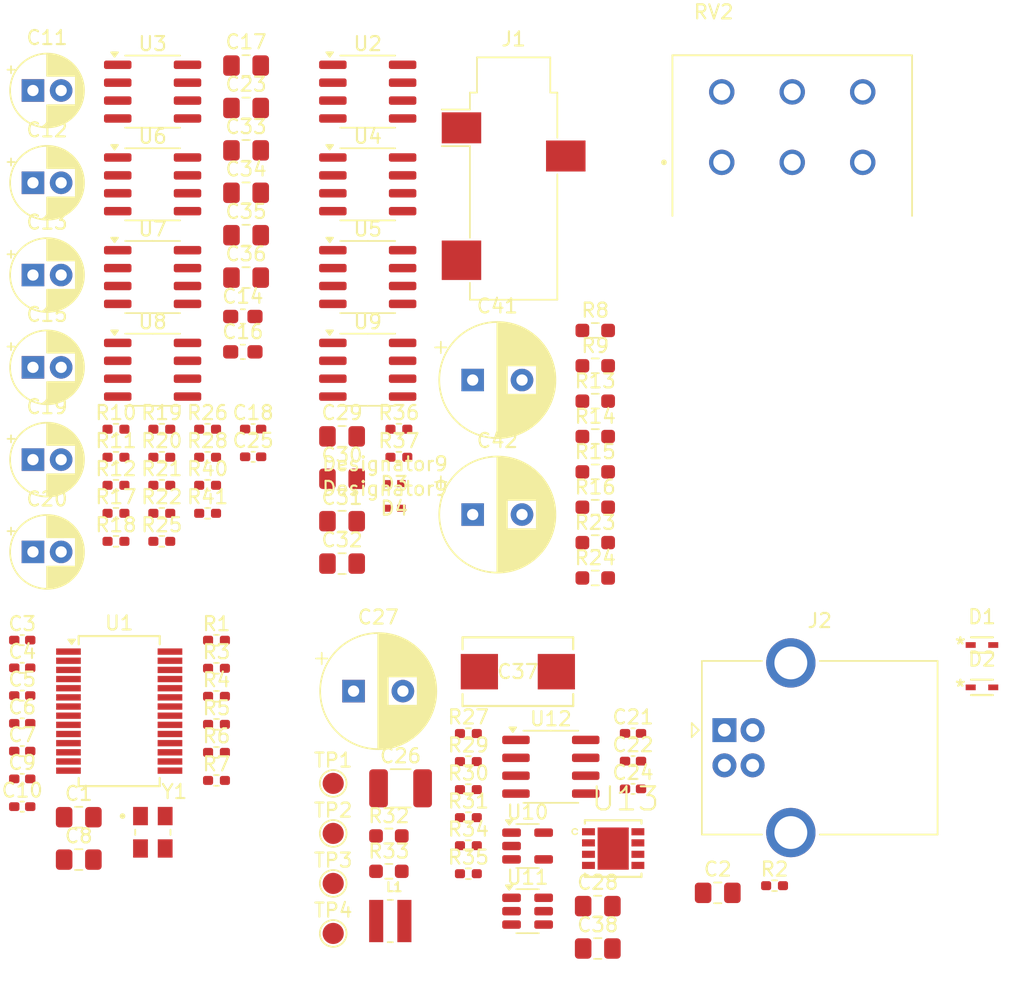
<source format=kicad_pcb>
(kicad_pcb (version 20240108) (generator "pcbnew") (generator_version "8.0")
  (layers (0 "F.Cu" signal) (31 "B.Cu" signal) (34 "B.Paste" user) (35 "F.Paste" user) (36 "B.SilkS" user "B.Silkscreen") (37 "F.SilkS" user "F.Silkscreen") (38 "B.Mask" user) (39 "F.Mask" user) (44 "Edge.Cuts" user))
  (net 0 "")
  (net 1 "3V7")
  (net 2 "GND")
  (net 3 "CGND")
  (net 4 "/Codec/VCCXI")
  (net 5 "/Codec/VCCP2I")
  (net 6 "/Codec/VCCP1I")
  (net 7 "VBUS")
  (net 8 "VDDI")
  (net 9 "/Codec/VCOM")
  (net 10 "/Codec/XTO")
  (net 11 "/Codec/XTI")
  (net 12 "/Preamp/PREAMP_INR")
  (net 13 "/Preamp/VOUTR")
  (net 14 "/Preamp/Dual-Gang Potentiometer/POT_WIPER_R")
  (net 15 "/Preamp/VC_INR")
  (net 16 "/Preamp/VC_INL")
  (net 17 "/Preamp/Dual-Gang Potentiometer/POT_WIPER_L")
  (net 18 "Net-(U8B-+)")
  (net 19 "7V5")
  (net 20 "/Preamp/PREAMP_INL")
  (net 21 "/Preamp/VOUTL")
  (net 22 "Net-(U6B-+)")
  (net 23 "Net-(C17-Pad1)")
  (net 24 "/Preamp/FILT_L")
  (net 25 "/Preamp/PREAMP_OUT_L")
  (net 26 "Net-(U7B--)")
  (net 27 "/Preamp/FILT_R")
  (net 28 "/Preamp/Dual-Gang Potentiometer/FILT_OUT_R")
  (net 29 "/Preamp/Dual-Gang Potentiometer/FILT_OUT_L")
  (net 30 "Net-(C23-Pad1)")
  (net 31 "/Preamp/PREAMP_OUT_R")
  (net 32 "Net-(U3B--)")
  (net 33 "17V")
  (net 34 "Net-(U12A-+)")
  (net 35 "15V")
  (net 36 "/Output stage/BUFS_OUT_L")
  (net 37 "/Output stage/STEREO_OUT_L")
  (net 38 "/Output stage/BUFS_OUT_R")
  (net 39 "/Output stage/STEREO_OUT_R")
  (net 40 "/USB/CONN_D-")
  (net 41 "/USB/CONN_D+")
  (net 42 "VUSB_CONN")
  (net 43 "Net-(U11-SW)")
  (net 44 "/Codec/CONN_D+")
  (net 45 "/Codec/USB_D+")
  (net 46 "/Codec/USB_D-")
  (net 47 "/Codec/CONN_D-")
  (net 48 "/Codec/VINL")
  (net 49 "/Codec/VINR")
  (net 50 "/Output stage/BUF1_OUT_R")
  (net 51 "/Output stage/BUF2_OUT_R")
  (net 52 "/Preamp/VC_BUF_R")
  (net 53 "/Preamp/FILT_IN_R")
  (net 54 "/Output stage/BUF3_OUT_R")
  (net 55 "/Output stage/BUF4_OUT_R")
  (net 56 "/Output stage/BUF1_OUT_L")
  (net 57 "/Output stage/BUF2_OUT_L")
  (net 58 "Net-(U6A--)")
  (net 59 "/Preamp/FILT_IN_L")
  (net 60 "/Preamp/VC_BUF_L")
  (net 61 "Net-(U8A--)")
  (net 62 "/Output stage/BUF3_OUT_L")
  (net 63 "/Output stage/BUF4_OUT_L")
  (net 64 "Net-(U11-FB)")
  (net 65 "Net-(U12A--)")
  (net 66 "Net-(U12B--)")
  (net 67 "/Power/ADJ")
  (net 68 "/Codec/~{SSPND}")
  (net 70 "/Codec/HID0")
  (net 71 "/Codec/VOUTR")
  (net 72 "/Codec/HID1")
  (net 74 "/Codec/HID2")
  (net 75 "/Codec/VOUTL")
  (net 76 "/Output stage/PREAMP_OUT_R")
  (net 77 "/Output stage/PREAMP_OUT_L")
  (footprint "Capacitor_SMD:C_0402_1005Metric_Pad0.74x0.62mm_HandSolder" (layer "F.Cu") (at 31.4834 73.9474)
    (property "Reference" "C7" (at 0 -1.16 0) (layer "F.SilkS"))
    (property "Value" "1u")
    (pad "1" smd roundrect (at -0.5675 0) (size 0.735 0.62) (layers "F.Cu" "F.Paste" "F.Mask") (net 8 "VDDI"))
    (pad "2" smd roundrect (at 0.5675 0) (size 0.735 0.62) (layers "F.Cu" "F.Paste" "F.Mask") (net 2 "GND"))
  )
  (footprint "Capacitor_SMD:C_0805_2012Metric_Pad1.18x1.45mm_HandSolder" (layer "F.Cu") (at 47.3634 31.3074)
    (property "Reference" "C33" (at 0 -1.68 0) (layer "F.SilkS"))
    (property "Value" "100n")
    (pad "1" smd roundrect (at -1.0375 0) (size 1.175 1.45) (layers "F.Cu" "F.Paste" "F.Mask") (roundrect_rratio 0.212766) (net 35 "15V"))
    (pad "2" smd roundrect (at 1.0375 0) (size 1.175 1.45) (layers "F.Cu" "F.Paste" "F.Mask") (roundrect_rratio 0.212766) (net 2 "GND"))
  )
  (footprint "Package_SO:SOIC-8_3.9x4.9mm_P1.27mm" (layer "F.Cu") (at 40.7334 40.2974)
    (property "Reference" "U7" (at 0 -3.4 0) (layer "F.SilkS"))
    (property "Value" "NE5532")
    (pad "1" smd roundrect (at -2.475 -1.905) (size 1.95 0.6) (layers "F.Cu" "F.Paste" "F.Mask") (net 60 "/Preamp/VC_BUF_L"))
    (pad "2" smd roundrect (at -2.475 -0.635) (size 1.95 0.6) (layers "F.Cu" "F.Paste" "F.Mask") (net 60 "/Preamp/VC_BUF_L"))
    (pad "3" smd roundrect (at -2.475 0.635) (size 1.95 0.6) (layers "F.Cu" "F.Paste" "F.Mask") (net 16 "/Preamp/VC_INL"))
    (pad "4" smd roundrect (at -2.475 1.905) (size 1.95 0.6) (layers "F.Cu" "F.Paste" "F.Mask") (net 2 "GND"))
    (pad "5" smd roundrect (at 2.475 1.905) (size 1.95 0.6) (layers "F.Cu" "F.Paste" "F.Mask") (net 19 "7V5"))
    (pad "6" smd roundrect (at 2.475 0.635) (size 1.95 0.6) (layers "F.Cu" "F.Paste" "F.Mask") (net 26 "Net-(U7B--)"))
    (pad "7" smd roundrect (at 2.475 -0.635) (size 1.95 0.6) (layers "F.Cu" "F.Paste" "F.Mask") (net 25 "/Preamp/PREAMP_OUT_L"))
    (pad "8" smd roundrect (at 2.475 -1.905) (size 1.95 0.6) (layers "F.Cu" "F.Paste" "F.Mask") (net 35 "15V"))
  )
  (footprint "TestPoint:TestPoint_Pad_D1.5mm" (layer "F.Cu") (at 53.5434 79.7874)
    (property "Reference" "TP2" (at 0 -1.648 0) (layer "F.SilkS"))
    (property "Value" "TestPoint")
    (pad "1" smd circle (at 0 0) (size 1.5 1.5) (layers "F.Cu" "F.Mask") (net 33 "17V"))
  )
  (footprint "Package_TO_SOT_SMD:SOT-23-5" (layer "F.Cu") (at 67.3334 80.6824)
    (property "Reference" "U10" (at 0 -2.4 0) (layer "F.SilkS"))
    (property "Value" "TLV70237_SOT23-5")
    (pad "1" smd roundrect (at -1.1375 -0.95) (size 1.325 0.6) (layers "F.Cu" "F.Paste" "F.Mask") (net 7 "VBUS"))
    (pad "2" smd roundrect (at -1.1375 0) (size 1.325 0.6) (layers "F.Cu" "F.Paste" "F.Mask") (net 2 "GND"))
    (pad "3" smd roundrect (at -1.1375 0.95) (size 1.325 0.6) (layers "F.Cu" "F.Paste" "F.Mask") (net 7 "VBUS"))
    (pad "4" smd roundrect (at 1.1375 0.95) (size 1.325 0.6) (layers "F.Cu" "F.Paste" "F.Mask"))
    (pad "5" smd roundrect (at 1.1375 -0.95) (size 1.325 0.6) (layers "F.Cu" "F.Paste" "F.Mask") (net 1 "3V7"))
  )
  (footprint "Resistor_SMD:R_0402_1005Metric_Pad0.72x0.64mm_HandSolder" (layer "F.Cu") (at 38.1334 53.0874)
    (property "Reference" "R11" (at 0 -1.17 0) (layer "F.SilkS"))
    (property "Value" "750")
    (pad "1" smd roundrect (at -0.5975 0) (size 0.715 0.64) (layers "F.Cu" "F.Paste" "F.Mask") (net 53 "/Preamp/FILT_IN_R"))
    (pad "2" smd roundrect (at 0.5975 0) (size 0.715 0.64) (layers "F.Cu" "F.Paste" "F.Mask") (net 30 "Net-(C23-Pad1)"))
  )
  (footprint "Resistor_SMD:R_0402_1005Metric_Pad0.72x0.64mm_HandSolder" (layer "F.Cu") (at 63.1334 78.6674)
    (property "Reference" "R31" (at 0 -1.17 0) (layer "F.SilkS"))
    (property "Value" "20k")
    (pad "1" smd roundrect (at -0.5975 0) (size 0.715 0.64) (layers "F.Cu" "F.Paste" "F.Mask") (net 2 "GND"))
    (pad "2" smd roundrect (at 0.5975 0) (size 0.715 0.64) (layers "F.Cu" "F.Paste" "F.Mask") (net 34 "Net-(U12A-+)"))
  )
  (footprint "Resistor_SMD:R_0603_1608Metric_Pad0.98x0.95mm_HandSolder" (layer "F.Cu") (at 72.1334 59.1474)
    (property "Reference" "R23" (at 0 -1.43 0) (layer "F.SilkS"))
    (property "Value" "1R")
    (pad "1" smd roundrect (at -0.9125 0) (size 0.975 0.95) (layers "F.Cu" "F.Paste" "F.Mask") (net 62 "/Output stage/BUF3_OUT_L"))
    (pad "2" smd roundrect (at 0.9125 0) (size 0.975 0.95) (layers "F.Cu" "F.Paste" "F.Mask") (net 36 "/Output stage/BUFS_OUT_L"))
  )
  (footprint "Resistor_SMD:R_0402_1005Metric_Pad0.72x0.64mm_HandSolder" (layer "F.Cu") (at 38.1334 55.0774)
    (property "Reference" "R12" (at 0 -1.17 0) (layer "F.SilkS"))
    (property "Value" "750")
    (pad "1" smd roundrect (at -0.5975 0) (size 0.715 0.64) (layers "F.Cu" "F.Paste" "F.Mask") (net 30 "Net-(C23-Pad1)"))
    (pad "2" smd roundrect (at 0.5975 0) (size 0.715 0.64) (layers "F.Cu" "F.Paste" "F.Mask") (net 18 "Net-(U8B-+)"))
  )
  (footprint "Resistor_SMD:R_0402_1005Metric_Pad0.72x0.64mm_HandSolder" (layer "F.Cu") (at 63.1334 74.6874)
    (property "Reference" "R29" (at 0 -1.17 0) (layer "F.SilkS"))
    (property "Value" "71k5")
    (pad "1" smd roundrect (at -0.5975 0) (size 0.715 0.64) (layers "F.Cu" "F.Paste" "F.Mask") (net 64 "Net-(U11-FB)"))
    (pad "2" smd roundrect (at 0.5975 0) (size 0.715 0.64) (layers "F.Cu" "F.Paste" "F.Mask") (net 2 "GND"))
  )
  (footprint "Capacitor_SMD:C_0402_1005Metric_Pad0.74x0.62mm_HandSolder" (layer "F.Cu") (at 47.8634 53.0574)
    (property "Reference" "C25" (at 0 -1.16 0) (layer "F.SilkS"))
    (property "Value" "30p")
    (pad "1" smd roundrect (at -0.5675 0) (size 0.735 0.62) (layers "F.Cu" "F.Paste" "F.Mask") (net 32 "Net-(U3B--)"))
    (pad "2" smd roundrect (at 0.5675 0) (size 0.735 0.62) (layers "F.Cu" "F.Paste" "F.Mask") (net 31 "/Preamp/PREAMP_OUT_R"))
  )
  (footprint "Resistor_SMD:R_0402_1005Metric_Pad0.72x0.64mm_HandSolder" (layer "F.Cu") (at 45.2634 74.0374)
    (property "Reference" "R6" (at 0 -1.17 0) (layer "F.SilkS"))
    (property "Value" "1k5")
    (pad "1" smd roundrect (at -0.5975 0) (size 0.715 0.64) (layers "F.Cu" "F.Paste" "F.Mask") (net 49 "/Codec/VINR"))
    (pad "2" smd roundrect (at 0.5975 0) (size 0.715 0.64) (layers "F.Cu" "F.Paste" "F.Mask") (net 2 "GND"))
  )
  (footprint "Capacitor_THT:CP_Radial_D5.0mm_P2.00mm" (layer "F.Cu") (at 32.243175 46.7074)
    (property "Reference" "C15" (at 1 -3.75 0) (layer "F.SilkS"))
    (property "Value" "10u")
    (pad "1" thru_hole rect (at 0 0) (size 1.6 1.6) (drill 0.8) (layers "*.Cu" "*.Mask") (net 20 "/Preamp/PREAMP_INL"))
    (pad "2" thru_hole circle (at 2 0) (size 1.6 1.6) (drill 0.8) (layers "*.Cu" "*.Mask") (net 21 "/Preamp/VOUTL"))
  )
  (footprint "Resistor_SMD:R_0402_1005Metric_Pad0.72x0.64mm_HandSolder" (layer "F.Cu") (at 84.8534 83.4974)
    (property "Reference" "R2" (at 0 -1.17 0) (layer "F.SilkS"))
    (property "Value" "DNP")
    (pad "1" smd roundrect (at -0.5975 0) (size 0.715 0.64) (layers "F.Cu" "F.Paste" "F.Mask") (net 3 "CGND"))
    (pad "2" smd roundrect (at 0.5975 0) (size 0.715 0.64) (layers "F.Cu" "F.Paste" "F.Mask") (net 2 "GND"))
  )
  (footprint "Capacitor_SMD:C_0805_2012Metric_Pad1.18x1.45mm_HandSolder" (layer "F.Cu") (at 47.3634 40.3374)
    (property "Reference" "C36" (at 0 -1.68 0) (layer "F.SilkS"))
    (property "Value" "100n")
    (pad "1" smd roundrect (at -1.0375 0) (size 1.175 1.45) (layers "F.Cu" "F.Paste" "F.Mask") (roundrect_rratio 0.212766) (net 35 "15V"))
    (pad "2" smd roundrect (at 1.0375 0) (size 1.175 1.45) (layers "F.Cu" "F.Paste" "F.Mask") (roundrect_rratio 0.212766) (net 2 "GND"))
  )
  (footprint "Capacitor_SMD:C_0805_2012Metric_Pad1.18x1.45mm_HandSolder" (layer "F.Cu") (at 54.1734 60.6374)
    (property "Reference" "C32" (at 0 -1.68 0) (layer "F.SilkS"))
    (property "Value" "100n")
    (pad "1" smd roundrect (at -1.0375 0) (size 1.175 1.45) (layers "F.Cu" "F.Paste" "F.Mask") (roundrect_rratio 0.212766) (net 35 "15V"))
    (pad "2" smd roundrect (at 1.0375 0) (size 1.175 1.45) (layers "F.Cu" "F.Paste" "F.Mask") (roundrect_rratio 0.212766) (net 2 "GND"))
  )
  (footprint "Package_SO:SSOP-28_5.3x10.2mm_P0.65mm" (layer "F.Cu") (at 38.3634 71.1074)
    (property "Reference" "U1" (at 0 -6.25 0) (layer "F.SilkS"))
    (property "Value" "PCM2906C")
    (pad "1" smd rect (at -3.6 -4.225) (size 1.75 0.45) (layers "F.Cu" "F.Paste" "F.Mask") (net 45 "/Codec/USB_D+"))
    (pad "2" smd rect (at -3.6 -3.575) (size 1.75 0.45) (layers "F.Cu" "F.Paste" "F.Mask") (net 46 "/Codec/USB_D-"))
    (pad "3" smd rect (at -3.6 -2.925) (size 1.75 0.45) (layers "F.Cu" "F.Paste" "F.Mask") (net 7 "VBUS"))
    (pad "4" smd rect (at -3.6 -2.275) (size 1.75 0.45) (layers "F.Cu" "F.Paste" "F.Mask") (net 2 "GND"))
    (pad "5" smd rect (at -3.6 -1.625) (size 1.75 0.45) (layers "F.Cu" "F.Paste" "F.Mask") (net 70 "/Codec/HID0"))
    (pad "6" smd rect (at -3.6 -0.975) (size 1.75 0.45) (layers "F.Cu" "F.Paste" "F.Mask") (net 72 "/Codec/HID1"))
    (pad "7" smd rect (at -3.6 -0.325) (size 1.75 0.45) (layers "F.Cu" "F.Paste" "F.Mask") (net 74 "/Codec/HID2"))
    (pad "8" smd rect (at -3.6 0.325) (size 1.75 0.45) (layers "F.Cu" "F.Paste" "F.Mask") (net 8 "VDDI"))
    (pad "9" smd rect (at -3.6 0.975) (size 1.75 0.45) (layers "F.Cu" "F.Paste" "F.Mask") (net 8 "VDDI"))
    (pad "10" smd rect (at -3.6 1.625) (size 1.75 0.45) (layers "F.Cu" "F.Paste" "F.Mask") (net 1 "3V7"))
    (pad "11" smd rect (at -3.6 2.275) (size 1.75 0.45) (layers "F.Cu" "F.Paste" "F.Mask") (net 2 "GND"))
    (pad "12" smd rect (at -3.6 2.925) (size 1.75 0.45) (layers "F.Cu" "F.Paste" "F.Mask") (net 48 "/Codec/VINL"))
    (pad "13" smd rect (at -3.6 3.575) (size 1.75 0.45) (layers "F.Cu" "F.Paste" "F.Mask") (net 49 "/Codec/VINR"))
    (pad "14" smd rect (at -3.6 4.225) (size 1.75 0.45) (layers "F.Cu" "F.Paste" "F.Mask") (net 9 "/Codec/VCOM"))
    (pad "15" smd rect (at 3.6 4.225) (size 1.75 0.45) (layers "F.Cu" "F.Paste" "F.Mask") (net 71 "/Codec/VOUTR"))
    (pad "16" smd rect (at 3.6 3.575) (size 1.75 0.45) (layers "F.Cu" "F.Paste" "F.Mask") (net 75 "/Codec/VOUTL"))
    (pad "17" smd rect (at 3.6 2.925) (size 1.75 0.45) (layers "F.Cu" "F.Paste" "F.Mask") (net 6 "/Codec/VCCP1I"))
    (pad "18" smd rect (at 3.6 2.275) (size 1.75 0.45) (layers "F.Cu" "F.Paste" "F.Mask") (net 2 "GND"))
    (pad "19" smd rect (at 3.6 1.625) (size 1.75 0.45) (layers "F.Cu" "F.Paste" "F.Mask") (net 5 "/Codec/VCCP2I"))
    (pad "20" smd rect (at 3.6 0.975) (size 1.75 0.45) (layers "F.Cu" "F.Paste" "F.Mask") (net 10 "/Codec/XTO"))
    (pad "21" smd rect (at 3.6 0.325) (size 1.75 0.45) (layers "F.Cu" "F.Paste" "F.Mask") (net 11 "/Codec/XTI"))
    (pad "22" smd rect (at 3.6 -0.325) (size 1.75 0.45) (layers "F.Cu" "F.Paste" "F.Mask") (net 2 "GND"))
    (pad "23" smd rect (at 3.6 -0.975) (size 1.75 0.45) (layers "F.Cu" "F.Paste" "F.Mask") (net 4 "/Codec/VCCXI"))
    (pad "24" smd rect (at 3.6 -1.625) (size 1.75 0.45) (layers "F.Cu" "F.Paste" "F.Mask"))
    (pad "25" smd rect (at 3.6 -2.275) (size 1.75 0.45) (layers "F.Cu" "F.Paste" "F.Mask"))
    (pad "26" smd rect (at 3.6 -2.925) (size 1.75 0.45) (layers "F.Cu" "F.Paste" "F.Mask") (net 2 "GND"))
    (pad "27" smd rect (at 3.6 -3.575) (size 1.75 0.45) (layers "F.Cu" "F.Paste" "F.Mask") (net 8 "VDDI"))
    (pad "28" smd rect (at 3.6 -4.225) (size 1.75 0.45) (layers "F.Cu" "F.Paste" "F.Mask") (net 68 "/Codec/~{SSPND}"))
  )
  (footprint "Capacitor_THT:CP_Radial_D8.0mm_P3.50mm" (layer "F.Cu") (at 63.438098 57.1574)
    (property "Reference" "C42" (at 1.75 -5.25 0) (layer "F.SilkS"))
    (property "Value" "100u")
    (pad "1" thru_hole rect (at 0 0) (size 1.6 1.6) (drill 0.8) (layers "*.Cu" "*.Mask") (net 38 "/Output stage/BUFS_OUT_R"))
    (pad "2" thru_hole circle (at 3.5 0) (size 1.6 1.6) (drill 0.8) (layers "*.Cu" "*.Mask") (net 39 "/Output stage/STEREO_OUT_R"))
  )
  (footprint "Resistor_SMD:R_0402_1005Metric_Pad0.72x0.64mm_HandSolder" (layer "F.Cu") (at 58.2034 51.0974)
    (property "Reference" "R36" (at 0 -1.17 0) (layer "F.SilkS"))
    (property "Value" "20k")
    (pad "1" smd roundrect (at -0.5975 0) (size 0.715 0.64) (layers "F.Cu" "F.Paste" "F.Mask") (net 2 "GND"))
    (pad "2" smd roundrect (at 0.5975 0) (size 0.715 0.64) (layers "F.Cu" "F.Paste" "F.Mask") (net 37 "/Output stage/STEREO_OUT_L"))
  )
  (footprint "Capacitor_SMD:C_0805_2012Metric_Pad1.18x1.45mm_HandSolder" (layer "F.Cu") (at 72.3134 84.9474)
    (property "Reference" "C28" (at 0 -1.68 0) (layer "F.SilkS"))
    (property "Value" "100n")
    (pad "1" smd roundrect (at -1.0375 0) (size 1.175 1.45) (layers "F.Cu" "F.Paste" "F.Mask") (roundrect_rratio 0.212766) (net 35 "15V"))
    (pad "2" smd roundrect (at 1.0375 0) (size 1.175 1.45) (layers "F.Cu" "F.Paste" "F.Mask") (roundrect_rratio 0.212766) (net 2 "GND"))
  )
  (footprint "Resistor_SMD:R_0603_1608Metric_Pad0.98x0.95mm_HandSolder" (layer "F.Cu") (at 57.4934 82.4774)
    (property "Reference" "R33" (at 0 -1.43 0) (layer "F.SilkS"))
    (property "Value" "1R")
    (pad "1" smd roundrect (at -0.9125 0) (size 0.975 0.95) (layers "F.Cu" "F.Paste" "F.Mask") (net 66 "Net-(U12B--)"))
    (pad "2" smd roundrect (at 0.9125 0) (size 0.975 0.95) (layers "F.Cu" "F.Paste" "F.Mask") (net 19 "7V5"))
  )
  (footprint "Resistor_SMD:R_0603_1608Metric_Pad0.98x0.95mm_HandSolder" (layer "F.Cu") (at 72.1334 44.0874)
    (property "Reference" "R8" (at 0 -1.43 0) (layer "F.SilkS"))
    (property "Value" "1R")
    (pad "1" smd roundrect (at -0.9125 0) (size 0.975 0.95) (layers "F.Cu" "F.Paste" "F.Mask") (net 50 "/Output stage/BUF1_OUT_R"))
    (pad "2" smd roundrect (at 0.9125 0) (size 0.975 0.95) (layers "F.Cu" "F.Paste" "F.Mask") (net 38 "/Output stage/BUFS_OUT_R"))
  )
  (footprint "Resistor_SMD:R_0603_1608Metric_Pad0.98x0.95mm_HandSolder" (layer "F.Cu") (at 57.4934 79.9674)
    (property "Reference" "R32" (at 0 -1.43 0) (layer "F.SilkS"))
    (property "Value" "1R")
    (pad "1" smd roundrect (at -0.9125 0) (size 0.975 0.95) (layers "F.Cu" "F.Paste" "F.Mask") (net 65 "Net-(U12A--)"))
    (pad "2" smd roundrect (at 0.9125 0) (size 0.975 0.95) (layers "F.Cu" "F.Paste" "F.Mask") (net 19 "7V5"))
  )
  (footprint "Capacitor_SMD:C_0805_2012Metric_Pad1.18x1.45mm_HandSolder" (layer "F.Cu") (at 35.4934 78.6374)
    (property "Reference" "C1" (at 0 -1.68 0) (layer "F.SilkS"))
    (property "Value" "10u")
    (pad "1" smd roundrect (at -1.0375 0) (size 1.175 1.45) (layers "F.Cu" "F.Paste" "F.Mask") (roundrect_rratio 0.212766) (net 1 "3V7"))
    (pad "2" smd roundrect (at 1.0375 0) (size 1.175 1.45) (layers "F.Cu" "F.Paste" "F.Mask") (roundrect_rratio 0.212766) (net 2 "GND"))
  )
  (footprint "Capacitor_SMD:C_0402_1005Metric_Pad0.74x0.62mm_HandSolder" (layer "F.Cu") (at 74.8134 76.6274)
    (property "Reference" "C24" (at 0 -1.16 0) (layer "F.SilkS"))
    (property "Value" "1u")
    (pad "1" smd roundrect (at -0.5675 0) (size 0.735 0.62) (layers "F.Cu" "F.Paste" "F.Mask") (net 7 "VBUS"))
    (pad "2" smd roundrect (at 0.5675 0) (size 0.735 0.62) (layers "F.Cu" "F.Paste" "F.Mask") (net 2 "GND"))
  )
  (footprint "Resistor_SMD:R_0402_1005Metric_Pad0.72x0.64mm_HandSolder" (layer "F.Cu") (at 41.3834 53.0874)
    (property "Reference" "R20" (at 0 -1.17 0) (layer "F.SilkS"))
    (property "Value" "1k6")
    (pad "1" smd roundrect (at -0.5975 0) (size 0.715 0.64) (layers "F.Cu" "F.Paste" "F.Mask") (net 60 "/Preamp/VC_BUF_L"))
    (pad "2" smd roundrect (at 0.5975 0) (size 0.715 0.64) (layers "F.Cu" "F.Paste" "F.Mask") (net 26 "Net-(U7B--)"))
  )
  (footprint "Capacitor_SMD:C_0402_1005Metric_Pad0.74x0.62mm_HandSolder" (layer "F.Cu") (at 31.4834 77.8874)
    (property "Reference" "C10" (at 0 -1.16 0) (layer "F.SilkS"))
    (property "Value" "20p")
    (pad "1" smd roundrect (at -0.5675 0) (size 0.735 0.62) (layers "F.Cu" "F.Paste" "F.Mask") (net 11 "/Codec/XTI"))
    (pad "2" smd roundrect (at 0.5675 0) (size 0.735 0.62) (layers "F.Cu" "F.Paste" "F.Mask") (net 2 "GND"))
  )
  (footprint "Capacitor_SMD:C_0805_2012Metric_Pad1.18x1.45mm_HandSolder" (layer "F.Cu") (at 47.3634 34.3174)
    (property "Reference" "C34" (at 0 -1.68 0) (layer "F.SilkS"))
    (property "Value" "100n")
    (pad "1" smd roundrect (at -1.0375 0) (size 1.175 1.45) (layers "F.Cu" "F.Paste" "F.Mask") (roundrect_rratio 0.212766) (net 35 "15V"))
    (pad "2" smd roundrect (at 1.0375 0) (size 1.175 1.45) (layers "F.Cu" "F.Paste" "F.Mask") (roundrect_rratio 0.212766) (net 2 "GND"))
  )
  (footprint "Capacitor_SMD:C_0603_1608Metric_Pad1.08x0.95mm_HandSolder" (layer "F.Cu") (at 47.1334 45.6074)
    (property "Reference" "C16" (at 0 -1.43 0) (layer "F.SilkS"))
    (property "Value" "7n5")
    (pad "1" smd roundrect (at -0.8625 0) (size 1.075 0.95) (layers "F.Cu" "F.Paste" "F.Mask") (net 22 "Net-(U6B-+)"))
    (pad "2" smd roundrect (at 0.8625 0) (size 1.075 0.95) (layers "F.Cu" "F.Paste" "F.Mask") (net 19 "7V5"))
  )
  (footprint "Capacitor_SMD:C_0805_2012Metric_Pad1.18x1.45mm_HandSolder" (layer "F.Cu") (at 72.3134 87.9574)
    (property "Reference" "C38" (at 0 -1.68 0) (layer "F.SilkS"))
    (property "Value" "1u")
    (pad "1" smd roundrect (at -1.0375 0) (size 1.175 1.45) (layers "F.Cu" "F.Paste" "F.Mask") (roundrect_rratio 0.212766) (net 33 "17V"))
    (pad "2" smd roundrect (at 1.0375 0) (size 1.175 1.45) (layers "F.Cu" "F.Paste" "F.Mask") (roundrect_rratio 0.212766) (net 2 "GND"))
  )
  (footprint "ESD401DPYR:DPY0002A" (layer "F.Cu") (at 57.878398 54.957402)
    (property "Reference" "D3" (at 0 0 0) (layer "F.SilkS"))
    (property "Value" "ESD401DPYR")
    (fp_text user "Designator9" (at -0.6604 -1.397 0) (layer "F.SilkS"))
    (pad "1" smd rect (at -0.499999 0) (size 0.599999 0.499999) (layers "F.Cu" "F.Paste" "F.Mask") (net 37 "/Output stage/STEREO_OUT_L"))
    (pad "2" smd rect (at 0.499999 0) (size 0.599999 0.499999) (layers "F.Cu" "F.Paste" "F.Mask") (net 2 "GND"))
  )
  (footprint "Resistor_SMD:R_0402_1005Metric_Pad0.72x0.64mm_HandSolder" (layer "F.Cu") (at 44.6334 57.0674)
    (property "Reference" "R41" (at 0 -1.17 0) (layer "F.SilkS"))
    (property "Value" "20k")
    (pad "1" smd roundrect (at -0.5975 0) (size 0.715 0.64) (layers "F.Cu" "F.Paste" "F.Mask") (net 58 "Net-(U6A--)"))
    (pad "2" smd roundrect (at 0.5975 0) (size 0.715 0.64) (layers "F.Cu" "F.Paste" "F.Mask") (net 59 "/Preamp/FILT_IN_L"))
  )
  (footprint "Connector_Audio:Jack_3.5mm_CUI_SJ-3523-SMT_Horizontal" (layer "F.Cu") (at 66.3434 33.3074)
    (property "Reference" "J1" (at 0 -9.9 0) (layer "F.SilkS"))
    (property "Value" "AudioPlug3")
    (pad "" np_thru_hole circle (at 0 -2.5) (size 1.7 1.7) (drill 1.7) (layers "*.Cu" "*.Mask"))
    (pad "" np_thru_hole circle (at 0 4.5) (size 1.7 1.7) (drill 1.7) (layers "*.Cu" "*.Mask"))
    (pad "R" smd rect (at 3.7 -1.6) (size 2.8 2.2) (layers "F.Cu" "F.Paste" "F.Mask") (net 39 "/Output stage/STEREO_OUT_R"))
    (pad "S" smd rect (at -3.7 -3.6) (size 2.8 2.2) (layers "F.Cu" "F.Paste" "F.Mask") (net 2 "GND"))
    (pad "T" smd rect (at -3.7 5.8) (size 2.8 2.8) (layers "F.Cu" "F.Paste" "F.Mask") (net 37 "/Output stage/STEREO_OUT_L"))
  )
  (footprint "Capacitor_SMD:C_0805_2012Metric_Pad1.18x1.45mm_HandSolder" (layer "F.Cu") (at 54.1734 57.6274)
    (property "Reference" "C31" (at 0 -1.68 0) (layer "F.SilkS"))
    (property "Value" "100n")
    (pad "1" smd roundrect (at -1.0375 0) (size 1.175 1.45) (layers "F.Cu" "F.Paste" "F.Mask") (roundrect_rratio 0.212766) (net 35 "15V"))
    (pad "2" smd roundrect (at 1.0375 0) (size 1.175 1.45) (layers "F.Cu" "F.Paste" "F.Mask") (roundrect_rratio 0.212766) (net 2 "GND"))
  )
  (footprint "Capacitor_SMD:C_0402_1005Metric_Pad0.74x0.62mm_HandSolder" (layer "F.Cu") (at 47.8634 51.0874)
    (property "Reference" "C18" (at 0 -1.16 0) (layer "F.SilkS"))
    (property "Value" "30p")
    (pad "1" smd roundrect (at -0.5675 0) (size 0.735 0.62) (layers "F.Cu" "F.Paste" "F.Mask") (net 26 "Net-(U7B--)"))
    (pad "2" smd roundrect (at 0.5675 0) (size 0.735 0.62) (layers "F.Cu" "F.Paste" "F.Mask") (net 25 "/Preamp/PREAMP_OUT_L"))
  )
  (footprint "ul_ESD321DYAR:SOT5x3_DYA_TEX-M" (layer "F.Cu") (at 99.5683 66.4157)
    (property "Reference" "D1" (at 0 -2 0) (layer "F.SilkS"))
    (property "Value" "ESD321")
    (fp_text user "*" (at -1.5367 0 0) (layer "F.SilkS"))
    (fp_text user "*" (at -1.5367 0 0) (layer "F.SilkS"))
    (pad "1" smd rect (at -0.8001 0) (size 0.7112 0.4064) (layers "F.Cu" "F.Paste" "F.Mask") (net 2 "GND"))
    (pad "2" smd rect (at 0.8001 0) (size 0.7112 0.4064) (layers "F.Cu" "F.Paste" "F.Mask") (net 40 "/USB/CONN_D-"))
  )
  (footprint "Capacitor_THT:CP_Radial_D5.0mm_P2.00mm" (layer "F.Cu") (at 32.243175 53.2574)
    (property "Reference" "C19" (at 1 -3.75 0) (layer "F.SilkS"))
    (property "Value" "10u")
    (pad "1" thru_hole rect (at 0 0) (size 1.6 1.6) (drill 0.8) (layers "*.Cu" "*.Mask") (net 27 "/Preamp/FILT_R"))
    (pad "2" thru_hole circle (at 2 0) (size 1.6 1.6) (drill 0.8) (layers "*.Cu" "*.Mask") (net 28 "/Preamp/Dual-Gang Potentiometer/FILT_OUT_R"))
  )
  (footprint "Resistor_SMD:R_0603_1608Metric_Pad0.98x0.95mm_HandSolder" (layer "F.Cu") (at 72.1334 56.6374)
    (property "Reference" "R16" (at 0 -1.43 0) (layer "F.SilkS"))
    (property "Value" "1R")
    (pad "1" smd roundrect (at -0.9125 0) (size 0.975 0.95) (layers "F.Cu" "F.Paste" "F.Mask") (net 57 "/Output stage/BUF2_OUT_L"))
    (pad "2" smd roundrect (at 0.9125 0) (size 0.975 0.95) (layers "F.Cu" "F.Paste" "F.Mask") (net 36 "/Output stage/BUFS_OUT_L"))
  )
  (footprint "Resistor_SMD:R_0402_1005Metric_Pad0.72x0.64mm_HandSolder" (layer "F.Cu") (at 41.3834 55.0774)
    (property "Reference" "R21" (at 0 -1.17 0) (layer "F.SilkS"))
    (property "Value" "5k1")
    (pad "1" smd roundrect (at -0.5975 0) (size 0.715 0.64) (layers "F.Cu" "F.Paste" "F.Mask") (net 26 "Net-(U7B--)"))
    (pad "2" smd roundrect (at 0.5975 0) (size 0.715 0.64) (layers "F.Cu" "F.Paste" "F.Mask") (net 25 "/Preamp/PREAMP_OUT_L"))
  )
  (footprint "Resistor_SMD:R_0402_1005Metric_Pad0.72x0.64mm_HandSolder" (layer "F.Cu") (at 41.3834 57.0674)
    (property "Reference" "R22" (at 0 -1.17 0) (layer "F.SilkS"))
    (property "Value" "20k")
    (pad "1" smd roundrect (at -0.5975 0) (size 0.715 0.64) (layers "F.Cu" "F.Paste" "F.Mask") (net 12 "/Preamp/PREAMP_INR"))
    (pad "2" smd roundrect (at 0.5975 0) (size 0.715 0.64) (layers "F.Cu" "F.Paste" "F.Mask") (net 61 "Net-(U8A--)"))
  )
  (footprint "potentiometer:POT_PTN16-A10220K1B2" (layer "F.Cu") (at 81.1084 32.1574)
    (property "Reference" "RV2" (at -0.575 -10.675 0) (layer "F.SilkS"))
    (property "Value" "R_Potentiometer_Dual")
    (pad "1" thru_hole circle (at 0 0) (size 1.8 1.8) (drill 1.2) (layers "*.Cu" "*.Mask") (net 28 "/Preamp/Dual-Gang Potentiometer/FILT_OUT_R"))
    (pad "2" thru_hole circle (at 5 0) (size 1.8 1.8) (drill 1.2) (layers "*.Cu" "*.Mask") (net 14 "/Preamp/Dual-Gang Potentiometer/POT_WIPER_R"))
    (pad "3" thru_hole circle (at 10 0) (size 1.8 1.8) (drill 1.2) (layers "*.Cu" "*.Mask") (net 31 "/Preamp/PREAMP_OUT_R"))
    (pad "4" thru_hole circle (at 0 -5) (size 1.8 1.8) (drill 1.2) (layers "*.Cu" "*.Mask") (net 29 "/Preamp/Dual-Gang Potentiometer/FILT_OUT_L"))
    (pad "5" thru_hole circle (at 5 -5) (size 1.8 1.8) (drill 1.2) (layers "*.Cu" "*.Mask") (net 17 "/Preamp/Dual-Gang Potentiometer/POT_WIPER_L"))
    (pad "6" thru_hole circle (at 10 -5) (size 1.8 1.8) (drill 1.2) (layers "*.Cu" "*.Mask") (net 25 "/Preamp/PREAMP_OUT_L"))
  )
  (footprint "Resistor_SMD:R_0402_1005Metric_Pad0.72x0.64mm_HandSolder" (layer "F.Cu") (at 41.3834 59.0574)
    (property "Reference" "R25" (at 0 -1.17 0) (layer "F.SilkS"))
    (property "Value" "20k")
    (pad "1" smd roundrect (at -0.5975 0) (size 0.715 0.64) (layers "F.Cu" "F.Paste" "F.Mask") (net 19 "7V5"))
    (pad "2" smd roundrect (at 0.5975 0) (size 0.715 0.64) (layers "F.Cu" "F.Paste" "F.Mask") (net 16 "/Preamp/VC_INL"))
  )
  (footprint "Resistor_SMD:R_0402_1005Metric_Pad0.72x0.64mm_HandSolder" (layer "F.Cu") (at 44.6334 51.0974)
    (property "Reference" "R26" (at 0 -1.17 0) (layer "F.SilkS"))
    (property "Value" "20k")
    (pad "1" smd roundrect (at -0.5975 0) (size 0.715 0.64) (layers "F.Cu" "F.Paste" "F.Mask") (net 19 "7V5"))
    (pad "2" smd roundrect (at 0.5975 0) (size 0.715 0.64) (layers "F.Cu" "F.Paste" "F.Mask") (net 15 "/Preamp/VC_INR"))
  )
  (footprint "Resistor_SMD:R_0402_1005Metric_Pad0.72x0.64mm_HandSolder" (layer "F.Cu") (at 45.2634 68.0674)
    (property "Reference" "R3" (at 0 -1.17 0) (layer "F.SilkS"))
    (property "Value" "22R")
    (pad "1" smd roundrect (at -0.5975 0) (size 0.715 0.64) (layers "F.Cu" "F.Paste" "F.Mask") (net 44 "/Codec/CONN_D+"))
    (pad "2" smd roundrect (at 0.5975 0) (size 0.715 0.64) (layers "F.Cu" "F.Paste" "F.Mask") (net 45 "/Codec/USB_D+"))
  )
  (footprint "Capacitor_THT:CP_Radial_D5.0mm_P2.00mm" (layer "F.Cu") (at 32.243175 59.8074)
    (property "Reference" "C20" (at 1 -3.75 0) (layer "F.SilkS"))
    (property "Value" "10u")
    (pad "1" thru_hole rect (at 0 0) (size 1.6 1.6) (drill 0.8) (layers "*.Cu" "*.Mask") (net 24 "/Preamp/FILT_L"))
    (pad "2" thru_hole circle (at 2 0) (size 1.6 1.6) (drill 0.8) (layers "*.Cu" "*.Mask") (net 29 "/Preamp/Dual-Gang Potentiometer/FILT_OUT_L"))
  )
  (footprint "Package_SO:SOIC-8_3.9x4.9mm_P1.27mm" (layer "F.Cu") (at 40.7334 46.8774)
    (property "Reference" "U8" (at 0 -3.4 0) (layer "F.SilkS"))
    (property "Value" "NE5532")
    (pad "1" smd roundrect (at -2.475 -1.905) (size 1.95 0.6) (layers "F.Cu" "F.Paste" "F.Mask") (net 53 "/Preamp/FILT_IN_R"))
    (pad "2" smd roundrect (at -2.475 -0.635) (size 1.95 0.6) (layers "F.Cu" "F.Paste" "F.Mask") (net 61 "Net-(U8A--)"))
    (pad "3" smd roundrect (at -2.475 0.635) (size 1.95 0.6) (layers "F.Cu" "F.Paste" "F.Mask") (net 19 "7V5"))
    (pad "4" smd roundrect (at -2.475 1.905) (size 1.95 0.6) (layers "F.Cu" "F.Paste" "F.Mask") (net 2 "GND"))
    (pad "5" smd roundrect (at 2.475 1.905) (size 1.95 0.6) (layers "F.Cu" "F.Paste" "F.Mask") (net 18 "Net-(U8B-+)"))
    (pad "6" smd roundrect (at 2.475 0.635) (size 1.95 0.6) (layers "F.Cu" "F.Paste" "F.Mask") (net 27 "/Preamp/FILT_R"))
    (pad "7" smd roundrect (at 2.475 -0.635) (size 1.95 0.6) (layers "F.Cu" "F.Paste" "F.Mask") (net 27 "/Preamp/FILT_R"))
    (pad "8" smd roundrect (at 2.475 -1.905) (size 1.95 0.6) (layers "F.Cu" "F.Paste" "F.Mask") (net 35 "15V"))
  )
  (footprint "LM2941:DFN400X400X80-9N" (layer "F.Cu") (at 73.4056 80.8652)
    (property "Reference" "U13" (at 0.86374 -3.53118 0) (layer "F.SilkS") (effects (font (size 1.640268 1.640268))))
    (property "Value" "LM2941LD_NOPB")
    (pad "1" smd rect (at -1.7526 -1.1938) (size 0.9144 0.508) (layers "F.Cu" "F.Paste" "F.Mask") (net 33 "17V"))
    (pad "2" smd rect (at -1.7526 -0.4064) (size 0.9144 0.508) (layers "F.Cu" "F.Paste" "F.Mask") (net 2 "GND"))
    (pad "3" smd rect (at -1.7526 0.4064) (size 0.9144 0.508) (layers "F.Cu" "F.Paste" "F.Mask") (net 33 "17V"))
    (pad "4" smd rect (at -1.7526 1.1938) (size 0.9144 0.508) (layers "F.Cu" "F.Paste" "F.Mask"))
    (pad "5" smd rect (at 1.7526 1.1938) (size 0.9144 0.508) (layers "F.Cu" "F.Paste" "F.Mask") (net 35 "15V"))
    (pad "6" smd rect (at 1.7526 0.4064) (size 0.9144 0.508) (layers "F.Cu" "F.Paste" "F.Mask"))
    (pad "7" smd rect (at 1.7526 -0.4064) (size 0.9144 0.508) (layers "F.Cu" "F.Paste" "F.Mask") (net 2 "GND"))
    (pad "8" smd rect (at 1.7526 -1.1938) (size 0.9144 0.508) (layers "F.Cu" "F.Paste" "F.Mask") (net 67 "/Power/ADJ"))
    (pad "9" smd rect (at 0 0) (size 2.2098 2.9972) (layers "F.Cu" "F.Paste" "F.Mask") (net 2 "GND"))
  )
  (footprint "Capacitor_SMD:C_0402_1005Metric_Pad0.74x0.62mm_HandSolder" (layer "F.Cu") (at 31.4834 66.0674)
    (property "Reference" "C3" (at 0 -1.16 0) (layer "F.SilkS"))
    (property "Value" "1u")
    (pad "1" smd roundrect (at -0.5675 0) (size 0.735 0.62) (layers "F.Cu" "F.Paste" "F.Mask") (net 4 "/Codec/VCCXI"))
    (pad "2" smd roundrect (at 0.5675 0) (size 0.735 0.62) (layers "F.Cu" "F.Paste" "F.Mask") (net 2 "GND"))
  )
  (footprint "Resistor_SMD:R_0603_1608Metric_Pad0.98x0.95mm_HandSolder" (layer "F.Cu") (at 72.1334 61.6574)
    (property "Reference" "R24" (at 0 -1.43 0) (layer "F.SilkS"))
    (property "Value" "1R")
    (pad "1" smd roundrect (at -0.9125 0) (size 0.975 0.95) (layers "F.Cu" "F.Paste" "F.Mask") (net 63 "/Output stage/BUF4_OUT_L"))
    (pad "2" smd roundrect (at 0.9125 0) (size 0.975 0.95) (layers "F.Cu" "F.Paste" "F.Mask") (net 36 "/Output stage/BUFS_OUT_L"))
  )
  (footprint "Resistor_SMD:R_0402_1005Metric_Pad0.72x0.64mm_HandSolder" (layer "F.Cu") (at 41.3834 51.0974)
    (property "Reference" "R19" (at 0 -1.17 0) (layer "F.SilkS"))
    (property "Value" "750")
    (pad "1" smd roundrect (at -0.5975 0) (size 0.715 0.64) (layers "F.Cu" "F.Paste" "F.Mask") (net 23 "Net-(C17-Pad1)"))
    (pad "2" smd roundrect (at 0.5975 0) (size 0.715 0.64) (layers "F.Cu" "F.Paste" "F.Mask") (net 22 "Net-(U6B-+)"))
  )
  (footprint "Capacitor_SMD:C_0603_1608Metric_Pad1.08x0.95mm_HandSolder" (layer "F.Cu") (at 47.1334 43.0974)
    (property "Reference" "C14" (at 0 -1.43 0) (layer "F.SilkS"))
    (property "Value" "7n5")
    (pad "1" smd roundrect (at -0.8625 0) (size 1.075 0.95) (layers "F.Cu" "F.Paste" "F.Mask") (net 18 "Net-(U8B-+)"))
    (pad "2" smd roundrect (at 0.8625 0) (size 1.075 0.95) (layers "F.Cu" "F.Paste" "F.Mask") (net 19 "7V5"))
  )
  (footprint "TestPoint:TestPoint_Pad_D1.5mm" (layer "F.Cu") (at 53.5434 76.2374)
    (property "Reference" "TP1" (at 0 -1.648 0) (layer "F.SilkS"))
    (property "Value" "TestPoint")
    (pad "1" smd circle (at 0 0) (size 1.5 1.5) (layers "F.Cu" "F.Mask") (net 1 "3V7"))
  )
  (footprint "Resistor_SMD:R_0402_1005Metric_Pad0.72x0.64mm_HandSolder" (layer "F.Cu") (at 45.2634 70.0574)
    (property "Reference" "R4" (at 0 -1.17 0) (layer "F.SilkS"))
    (property "Value" "22R")
    (pad "1" smd roundrect (at -0.5975 0) (size 0.715 0.64) (layers "F.Cu" "F.Paste" "F.Mask") (net 47 "/Codec/CONN_D-"))
    (pad "2" smd roundrect (at 0.5975 0) (size 0.715 0.64) (layers "F.Cu" "F.Paste" "F.Mask") (net 46 "/Codec/USB_D-"))
  )
  (footprint "TestPoint:TestPoint_Pad_D1.5mm" (layer "F.Cu") (at 53.5434 86.8874)
    (property "Reference" "TP4" (at 0 -1.648 0) (layer "F.SilkS"))
    (property "Value" "TestPoint")
    (pad "1" smd circle (at 0 0) (size 1.5 1.5) (layers "F.Cu" "F.Mask") (net 35 "15V"))
  )
  (footprint "Package_SO:SOIC-8_3.9x4.9mm_P1.27mm" (layer "F.Cu") (at 55.9934 46.8774)
    (property "Reference" "U9" (at 0 -3.4 0) (layer "F.SilkS"))
    (property "Value" "NE5532")
    (pad "1" smd roundrect (at -2.475 -1.905) (size 1.95 0.6) (layers "F.Cu" "F.Paste" "F.Mask") (net 56 "/Output stage/BUF1_OUT_L"))
    (pad "2" smd roundrect (at -2.475 -0.635) (size 1.95 0.6) (layers "F.Cu" "F.Paste" "F.Mask") (net 56 "/Output stage/BUF1_OUT_L"))
    (pad "3" smd roundrect (at -2.475 0.635) (size 1.95 0.6) (layers "F.Cu" "F.Paste" "F.Mask") (net 77 "/Output stage/PREAMP_OUT_L"))
    (pad "4" smd roundrect (at -2.475 1.905) (size 1.95 0.6) (layers "F.Cu" "F.Paste" "F.Mask") (net 2 "GND"))
    (pad "5" smd roundrect (at 2.475 1.905) (size 1.95 0.6) (layers "F.Cu" "F.Paste" "F.Mask") (net 77 "/Output stage/PREAMP_OUT_L"))
    (pad "6" smd roundrect (at 2.475 0.635) (size 1.95 0.6) (layers "F.Cu" "F.Paste" "F.Mask") (net 57 "/Output stage/BUF2_OUT_L"))
    (pad "7" smd roundrect (at 2.475 -0.635) (size 1.95 0.6) (layers "F.Cu" "F.Paste" "F.Mask") (net 57 "/Output stage/BUF2_OUT_L"))
    (pad "8" smd roundrect (at 2.475 -1.905) (size 1.95 0.6) (layers "F.Cu" "F.Paste" "F.Mask") (net 35 "15V"))
  )
  (footprint "Capacitor_SMD:C_0805_2012Metric_Pad1.18x1.45mm_HandSolder" (layer "F.Cu") (at 47.3634 37.3274)
    (property "Reference" "C35" (at 0 -1.68 0) (layer "F.SilkS"))
    (property "Value" "100n")
    (pad "1" smd roundrect (at -1.0375 0) (size 1.175 1.45) (layers "F.Cu" "F.Paste" "F.Mask") (roundrect_rratio 0.212766) (net 35 "15V"))
    (pad "2" smd roundrect (at 1.0375 0) (size 1.175 1.45) (layers "F.Cu" "F.Paste" "F.Mask") (roundrect_rratio 0.212766) (net 2 "GND"))
  )
  (footprint "Capacitor_THT:CP_Radial_D5.0mm_P2.00mm" (layer "F.Cu") (at 32.243175 40.1574)
    (property "Reference" "C13" (at 1 -3.75 0) (layer "F.SilkS"))
    (property "Value" "10u")
    (pad "1" thru_hole rect (at 0 0) (size 1.6 1.6) (drill 0.8) (layers "*.Cu" "*.Mask") (net 16 "/Preamp/VC_INL"))
    (pad "2" thru_hole circle (at 2 0) (size 1.6 1.6) (drill 0.8) (layers "*.Cu" "*.Mask") (net 17 "/Preamp/Dual-Gang Potentiometer/POT_WIPER_L"))
  )
  (footprint "Capacitor_SMD:C_0805_2012Metric_Pad1.18x1.45mm_HandSolder" (layer "F.Cu") (at 47.3634 25.2874)
    (property "Reference" "C17" (at 0 -1.68 0) (layer "F.SilkS"))
    (property "Value" "15n")
    (pad "1" smd roundrect (at -1.0375 0) (size 1.175 1.45) (layers "F.Cu" "F.Paste" "F.Mask") (roundrect_rratio 0.212766) (net 23 "Net-(C17-Pad1)"))
    (pad "2" smd roundrect (at 1.0375 0) (size 1.175 1.45) (layers "F.Cu" "F.Paste" "F.Mask") (roundrect_rratio 0.212766) (net 24 "/Preamp/FILT_L"))
  )
  (footprint "TestPoint:TestPoint_Pad_D1.5mm" (layer "F.Cu") (at 53.5434 83.3374)
    (property "Reference" "TP3" (at 0 -1.648 0) (layer "F.SilkS"))
    (property "Value" "TestPoint")
    (pad "1" smd circle (at 0 0) (size 1.5 1.5) (layers "F.Cu" "F.Mask") (net 19 "7V5"))
  )
  (footprint "VLS3012CX_100M_1:IND_VLS3012CX-100M-1" (layer "F.Cu") (at 57.5934 86.0074)
    (property "Reference" "L1" (at 0.282 -2.4064 0) (layer "F.SilkS") (effects (font (size 0.64 0.64))))
    (property "Value" "10uH")
    (pad "1" smd rect (at -1 0) (size 1 3) (layers "F.Cu" "F.Paste" "F.Mask") (net 7 "VBUS"))
    (pad "2" smd rect (at 1 0) (size 1 3) (layers "F.Cu" "F.Paste" "F.Mask") (net 43 "Net-(U11-SW)"))
  )
  (footprint "Resistor_SMD:R_0402_1005Metric_Pad0.72x0.64mm_HandSolder" (layer "F.Cu") (at 63.1334 80.6574)
    (property "Reference" "R34" (at 0 -1.17 0) (layer "F.SilkS"))
    (property "Value" "10k7")
    (pad "1" smd roundrect (at -0.5975 0) (size 0.715 0.64) (layers "F.Cu" "F.Paste" "F.Mask") (net 35 "15V"))
    (pad "2" smd roundrect (at 0.5975 0) (size 0.715 0.64) (layers "F.Cu" "F.Paste" "F.Mask") (net 67 "/Power/ADJ"))
  )
  (footprint "Connector_USB:USB_B_OST_USB-B1HSxx_Horizontal" (layer "F.Cu") (at 81.2984 72.4574)
    (property "Reference" "J2" (at 6.76 -7.77 0) (layer "F.SilkS"))
    (property "Value" "USB_B")
    (pad "1" thru_hole rect (at 0 0) (size 1.7 1.7) (drill 0.92) (layers "*.Cu" "*.Mask") (net 42 "VUSB_CONN"))
    (pad "2" thru_hole circle (at 0 2.5) (size 1.7 1.7) (drill 0.92) (layers "*.Cu" "*.Mask") (net 40 "/USB/CONN_D-"))
    (pad "3" thru_hole circle (at 2 2.5) (size 1.7 1.7) (drill 0.92) (layers "*.Cu" "*.Mask") (net 41 "/USB/CONN_D+"))
    (pad "4" thru_hole circle (at 2 0) (size 1.7 1.7) (drill 0.92) (layers "*.Cu" "*.Mask") (net 2 "GND"))
    (pad "5" thru_hole circle (at 4.71 -4.77) (size 3.5 3.5) (drill 2.33) (layers "*.Cu" "*.Mask") (net 3 "CGND"))
    (pad "5" thru_hole circle (at 4.71 7.27) (size 3.5 3.5) (drill 2.33) (layers "*.Cu" "*.Mask") (net 3 "CGND"))
  )
  (footprint "Capacitor_SMD:C_0805_2012Metric_Pad1.18x1.45mm_HandSolder" (layer "F.Cu") (at 54.1734 51.6074)
    (property "Reference" "C29" (at 0 -1.68 0) (layer "F.SilkS"))
    (property "Value" "100n")
    (pad "1" smd roundrect (at -1.0375 0) (size 1.175 1.45) (layers "F.Cu" "F.Paste" "F.Mask") (roundrect_rratio 0.212766) (net 35 "15V"))
    (pad "2" smd roundrect (at 1.0375 0) (size 1.175 1.45) (layers "F.Cu" "F.Paste" "F.Mask") (roundrect_rratio 0.212766) (net 2 "GND"))
  )
  (footprint "Resistor_SMD:R_0402_1005Metric_Pad0.72x0.64mm_HandSolder" (layer "F.Cu") (at 44.6334 55.0774)
    (property "Reference" "R40" (at 0 -1.17 0) (layer "F.SilkS"))
    (property "Value" "20k")
    (pad "1" smd roundrect (at -0.5975 0) (size 0.715 0.64) (layers "F.Cu" "F.Paste" "F.Mask") (net 61 "Net-(U8A--)"))
    (pad "2" smd roundrect (at 0.5975 0) (size 0.715 0.64) (layers "F.Cu" "F.Paste" "F.Mask") (net 53 "/Preamp/FILT_IN_R"))
  )
  (footprint "Resistor_SMD:R_0402_1005Metric_Pad0.72x0.64mm_HandSolder" (layer "F.Cu") (at 45.2634 76.0274)
    (property "Reference" "R7" (at 0 -1.17 0) (layer "F.SilkS"))
    (property "Value" "1M")
    (pad "1" smd roundrect (at -0.5975 0) (size 0.715 0.64) (layers "F.Cu" "F.Paste" "F.Mask") (net 10 "/Codec/XTO"))
    (pad "2" smd roundrect (at 0.5975 0) (size 0.715 0.64) (layers "F.Cu" "F.Paste" "F.Mask") (net 11 "/Codec/XTI"))
  )
  (footprint "Package_SO:SOIC-8_3.9x4.9mm_P1.27mm" (layer "F.Cu") (at 40.7334 33.7174)
    (property "Reference" "U6" (at 0 -3.4 0) (layer "F.SilkS"))
    (property "Value" "NE5532")
    (pad "1" smd roundrect (at -2.475 -1.905) (size 1.95 0.6) (layers "F.Cu" "F.Paste" "F.Mask") (net 59 "/Preamp/FILT_IN_L"))
    (pad "2" smd roundrect (at -2.475 -0.635) (size 1.95 0.6) (layers "F.Cu" "F.Paste" "F.Mask") (net 58 "Net-(U6A--)"))
    (pad "3" smd roundrect (at -2.475 0.635) (size 1.95 0.6) (layers "F.Cu" "F.Paste" "F.Mask") (net 19 "7V5"))
    (pad "4" smd roundrect (at -2.475 1.905) (size 1.95 0.6) (layers "F.Cu" "F.Paste" "F.Mask") (net 2 "GND"))
    (pad "5" smd roundrect (at 2.475 1.905) (size 1.95 0.6) (layers "F.Cu" "F.Paste" "F.Mask") (net 22 "Net-(U6B-+)"))
    (pad "6" smd roundrect (at 2.475 0.635) (size 1.95 0.6) (layers "F.Cu" "F.Paste" "F.Mask") (net 24 "/Preamp/FILT_L"))
    (pad "7" smd roundrect (at 2.475 -0.635) (size 1.95 0.6) (layers "F.Cu" "F.Paste" "F.Mask") (net 24 "/Preamp/FILT_L"))
    (pad "8" smd roundrect (at 2.475 -1.905) (size 1.95 0.6) (layers "F.Cu" "F.Paste" "F.Mask") (net 35 "15V"))
  )
  (footprint "Capacitor_SMD:C_0805_2012Metric_Pad1.18x1.45mm_HandSolder" (layer "F.Cu") (at 80.8234 84.0074)
    (property "Reference" "C2" (at 0 -1.68 0) (layer "F.SilkS"))
    (property "Value" "2n2")
    (pad "1" smd roundrect (at -1.0375 0) (size 1.175 1.45) (layers "F.Cu" "F.Paste" "F.Mask") (roundrect_rratio 0.212766) (net 3 "CGND"))
    (pad "2" smd roundrect (at 1.0375 0) (size 1.175 1.45) (layers "F.Cu" "F.Paste" "F.Mask") (roundrect_rratio 0.212766) (net 2 "GND"))
  )
  (footprint "Package_SO:SOIC-8_3.9x4.9mm_P1.27mm" (layer "F.Cu") (at 68.9834 75.0574)
    (property "Reference" "U12" (at 0 -3.4 0) (layer "F.SilkS"))
    (property "Value" "NE5532")
    (pad "1" smd roundrect (at -2.475 -1.905) (size 1.95 0.6) (layers "F.Cu" "F.Paste" "F.Mask") (net 65 "Net-(U12A--)"))
    (pad "2" smd roundrect (at -2.475 -0.635) (size 1.95 0.6) (layers "F.Cu" "F.Paste" "F.Mask") (net 65 "Net-(U12A--)"))
    (pad "3" smd roundrect (at -2.475 0.635) (size 1.95 0.6) (layers "F.Cu" "F.Paste" "F.Mask") (net 34 "Net-(U12A-+)"))
    (pad "4" smd roundrect (at -2.475 1.905) (size 1.95 0.6) (layers "F.Cu" "F.Paste" "F.Mask") (net 2 "GND"))
    (pad "5" smd roundrect (at 2.475 1.905) (size 1.95 0.6) (layers "F.Cu" "F.Paste" "F.Mask") (net 34 "Net-(U12A-+)"))
    (pad "6" smd roundrect (at 2.475 0.635) (size 1.95 0.6) (layers "F.Cu" "F.Paste" "F.Mask") (net 66 "Net-(U12B--)"))
    (pad "7" smd roundrect (at 2.475 -0.635) (size 1.95 0.6) (layers "F.Cu" "F.Paste" "F.Mask") (net 66 "Net-(U12B--)"))
    (pad "8" smd roundrect (at 2.475 -1.905) (size 1.95 0.6) (layers "F.Cu" "F.Paste" "F.Mask") (net 35 "15V"))
  )
  (footprint "Resistor_SMD:R_0603_1608Metric_Pad0.98x0.95mm_HandSolder" (layer "F.Cu") (at 72.1334 51.6174)
    (property "Reference" "R14" (at 0 -1.43 0) (layer "F.SilkS"))
    (property "Value" "1R")
    (pad "1" smd roundrect (at -0.9125 0) (size 0.975 0.95) (layers "F.Cu" "F.Paste" "F.Mask") (net 55 "/Output stage/BUF4_OUT_R"))
    (pad "2" smd roundrect (at 0.9125 0) (size 0.975 0.95) (layers "F.Cu" "F.Paste" "F.Mask") (net 38 "/Output stage/BUFS_OUT_R"))
  )
  (footprint "Resistor_SMD:R_0402_1005Metric_Pad0.72x0.64mm_HandSolder" (layer "F.Cu") (at 44.6334 53.0874)
    (property "Reference" "R28" (at 0 -1.17 0) (layer "F.SilkS"))
    (property "Value" "5k1")
    (pad "1" smd roundrect (at -0.5975 0) (size 0.715 0.64) (layers "F.Cu" "F.Paste" "F.Mask") (net 32 "Net-(U3B--)"))
    (pad "2" smd roundrect (at 0.5975 0) (size 0.715 0.64) (layers "F.Cu" "F.Paste" "F.Mask") (net 31 "/Preamp/PREAMP_OUT_R"))
  )
  (footprint "Resistor_SMD:R_0603_1608Metric_Pad0.98x0.95mm_HandSolder" (layer "F.Cu") (at 72.1334 49.1074)
    (property "Reference" "R13" (at 0 -1.43 0) (layer "F.SilkS"))
    (property "Value" "1R")
    (pad "1" smd roundrect (at -0.9125 0) (size 0.975 0.95) (layers "F.Cu" "F.Paste" "F.Mask") (net 54 "/Output stage/BUF3_OUT_R"))
    (pad "2" smd roundrect (at 0.9125 0) (size 0.975 0.95) (layers "F.Cu" "F.Paste" "F.Mask") (net 38 "/Output stage/BUFS_OUT_R"))
  )
  (footprint "Capacitor_SMD:C_0805_2012Metric_Pad1.18x1.45mm_HandSolder" (layer "F.Cu") (at 35.4934 81.6474)
    (property "Reference" "C8" (at 0 -1.68 0) (layer "F.SilkS"))
    (property "Value" "10u")
    (pad "1" smd roundrect (at -1.0375 0) (size 1.175 1.45) (layers "F.Cu" "F.Paste" "F.Mask") (roundrect_rratio 0.212766) (net 9 "/Codec/VCOM"))
    (pad "2" smd roundrect (at 1.0375 0) (size 1.175 1.45) (layers "F.Cu" "F.Paste" "F.Mask") (roundrect_rratio 0.212766) (net 2 "GND"))
  )
  (footprint "Capacitor_THT:CP_Radial_D8.0mm_P3.50mm" (layer "F.Cu") (at 54.988098 69.6874)
    (property "Reference" "C27" (at 1.75 -5.25 0) (layer "F.SilkS"))
    (property "Value" "100u")
    (pad "1" thru_hole rect (at 0 0) (size 1.6 1.6) (drill 0.8) (layers "*.Cu" "*.Mask") (net 34 "Net-(U12A-+)"))
    (pad "2" thru_hole circle (at 3.5 0) (size 1.6 1.6) (drill 0.8) (layers "*.Cu" "*.Mask") (net 2 "GND"))
  )
  (footprint "Capacitor_SMD:C_0402_1005Metric_Pad0.74x0.62mm_HandSolder" (layer "F.Cu") (at 31.4834 75.9174)
    (property "Reference" "C9" (at 0 -1.16 0) (layer "F.SilkS"))
    (property "Value" "20p")
    (pad "1" smd roundrect (at -0.5675 0) (size 0.735 0.62) (layers "F.Cu" "F.Paste" "F.Mask") (net 10 "/Codec/XTO"))
    (pad "2" smd roundrect (at 0.5675 0) (size 0.735 0.62) (layers "F.Cu" "F.Paste" "F.Mask") (net 2 "GND"))
  )
  (footprint "Package_SO:SOIC-8_3.9x4.9mm_P1.27mm" (layer "F.Cu") (at 55.9934 27.1374)
    (property "Reference" "U2" (at 0 -3.4 0) (layer "F.SilkS"))
    (property "Value" "NE5532")
    (pad "1" smd roundrect (at -2.475 -1.905) (size 1.95 0.6) (layers "F.Cu" "F.Paste" "F.Mask") (net 54 "/Output stage/BUF3_OUT_R"))
    (pad "2" smd roundrect (at -2.475 -0.635) (size 1.95 0.6) (layers "F.Cu" "F.Paste" "F.Mask") (net 54 "/Output stage/BUF3_OUT_R"))
    (pad "3" smd roundrect (at -2.475 0.635) (size 1.95 0.6) (layers "F.Cu" "F.Paste" "F.Mask") (net 76 "/Output stage/PREAMP_OUT_R"))
    (pad "4" smd roundrect (at -2.475 1.905) (size 1.95 0.6) (layers "F.Cu" "F.Paste" "F.Mask") (net 2 "GND"))
    (pad "5" smd roundrect (at 2.475 1.905) (size 1.95 0.6) (layers "F.Cu" "F.Paste" "F.Mask") (net 76 "/Output stage/PREAMP_OUT_R"))
    (pad "6" smd roundrect (at 2.475 0.635) (size 1.95 0.6) (layers "F.Cu" "F.Paste" "F.Mask") (net 55 "/Output stage/BUF4_OUT_R"))
    (pad "7" smd roundrect (at 2.475 -0.635) (size 1.95 0.6) (layers "F.Cu" "F.Paste" "F.Mask") (net 55 "/Output stage/BUF4_OUT_R"))
    (pad "8" smd roundrect (at 2.475 -1.905) (size 1.95 0.6) (layers "F.Cu" "F.Paste" "F.Mask") (net 35 "15V"))
  )
  (footprint "ABM8_12_000MHZ_12_B1U_T:XTAL_ABM8-12.000MHZ-12-B1U-T" (layer "F.Cu") (at 40.7484 79.7074)
    (property "Reference" "Y1" (at 1.525 -2.885 0) (layer "F.SilkS"))
    (property "Value" "12MHz")
    (pad "1" smd rect (at -0.875 -1.15) (size 1.05 1.3) (layers "F.Cu" "F.Paste" "F.Mask") (net 10 "/Codec/XTO"))
    (pad "2" smd rect (at -0.875 1.15) (size 1.05 1.3) (layers "F.Cu" "F.Paste" "F.Mask") (net 2 "GND"))
    (pad "3" smd rect (at 0.875 1.15) (size 1.05 1.3) (layers "F.Cu" "F.Paste" "F.Mask") (net 11 "/Codec/XTI"))
    (pad "4" smd rect (at 0.875 -1.15) (size 1.05 1.3) (layers "F.Cu" "F.Paste" "F.Mask") (net 2 "GND"))
  )
  (footprint "Resistor_SMD:R_0402_1005Metric_Pad0.72x0.64mm_HandSolder" (layer "F.Cu") (at 38.1334 51.0974)
    (property "Reference" "R10" (at 0 -1.17 0) (layer "F.SilkS"))
    (property "Value" "1k6")
    (pad "1" smd roundrect (at -0.5975 0) (size 0.715 0.64) (layers "F.Cu" "F.Paste" "F.Mask") (net 52 "/Preamp/VC_BUF_R"))
    (pad "2" smd roundrect (at 0.5975 0) (size 0.715 0.64) (layers "F.Cu" "F.Paste" "F.Mask") (net 32 "Net-(U3B--)"))
  )
  (footprint "Package_SO:SOIC-8_3.9x4.9mm_P1.27mm" (layer "F.Cu") (at 40.7334 27.1374)
    (property "Reference" "U3" (at 0 -3.4 0) (layer "F.SilkS"))
    (property "Value" "NE5532")
    (pad "1" smd roundrect (at -2.475 -1.905) (size 1.95 0.6) (layers "F.Cu" "F.Paste" "F.Mask") (net 52 "/Preamp/VC_BUF_R"))
    (pad "2" smd roundrect (at -2.475 -0.635) (size 1.95 0.6) (layers "F.Cu" "F.Paste" "F.Mask") (net 52 "/Preamp/VC_BUF_R"))
    (pad "3" smd roundrect (at -2.475 0.635) (size 1.95 0.6) (layers "F.Cu" "F.Paste" "F.Mask") (net 15 "/Preamp/VC_INR"))
    (pad "4" smd roundrect (at -2.475 1.905) (size 1.95 0.6) (layers "F.Cu" "F.Paste" "F.Mask") (net 2 "GND"))
    (pad "5" smd roundrect (at 2.475 1.905) (size 1.95 0.6) (layers "F.Cu" "F.Paste" "F.Mask") (net 19 "7V5"))
    (pad "6" smd roundrect (at 2.475 0.635) (size 1.95 0.6) (layers "F.Cu" "F.Paste" "F.Mask") (net 32 "Net-(U3B--)"))
    (pad "7" smd roundrect (at 2.475 -0.635) (size 1.95 0.6) (layers "F.Cu" "F.Paste" "F.Mask") (net 31 "/Preamp/PREAMP_OUT_R"))
    (pad "8" smd roundrect (at 2.475 -1.905) (size 1.95 0.6) (layers "F.Cu" "F.Paste" "F.Mask") (net 35 "15V"))
  )
  (footprint "293D226X9035D2TE3:CAP_293D_D_VIS-M" (layer "F.Cu") (at 66.6439 68.308)
    (property "Reference" "C37" (at 0 0 0) (layer "F.SilkS"))
    (property "Value" "22u")
    (pad "1" smd rect (at -2.7305 0 90) (size 2.5146 2.6416) (layers "F.Cu" "F.Paste" "F.Mask") (net 35 "15V"))
    (pad "2" smd rect (at 2.7305 0 90) (size 2.5146 2.6416) (layers "F.Cu" "F.Paste" "F.Mask") (net 2 "GND"))
  )
  (footprint "Package_SO:SOIC-8_3.9x4.9mm_P1.27mm" (layer "F.Cu") (at 55.9934 33.7174)
    (property "Reference" "U4" (at 0 -3.4 0) (layer "F.SilkS"))
    (property "Value" "NE5532")
    (pad "1" smd roundrect (at -2.475 -1.905) (size 1.95 0.6) (layers "F.Cu" "F.Paste" "F.Mask") (net 50 "/Output stage/BUF1_OUT_R"))
    (pad "2" smd roundrect (at -2.475 -0.635) (size 1.95 0.6) (layers "F.Cu" "F.Paste" "F.Mask") (net 50 "/Output stage/BUF1_OUT_R"))
    (pad "3" smd roundrect (at -2.475 0.635) (size 1.95 0.6) (layers "F.Cu" "F.Paste" "F.Mask") (net 76 "/Output stage/PREAMP_OUT_R"))
    (pad "4" smd roundrect (at -2.475 1.905) (size 1.95 0.6) (layers "F.Cu" "F.Paste" "F.Mask") (net 2 "GND"))
    (pad "5" smd roundrect (at 2.475 1.905) (size 1.95 0.6) (layers "F.Cu" "F.Paste" "F.Mask") (net 76 "/Output stage/PREAMP_OUT_R"))
    (pad "6" smd roundrect (at 2.475 0.635) (size 1.95 0.6) (layers "F.Cu" "F.Paste" "F.Mask") (net 51 "/Output stage/BUF2_OUT_R"))
    (pad "7" smd roundrect (at 2.475 -0.635) (size 1.95 0.6) (layers "F.Cu" "F.Paste" "F.Mask") (net 51 "/Output stage/BUF2_OUT_R"))
    (pad "8" smd roundrect (at 2.475 -1.905) (size 1.95 0.6) (layers "F.Cu" "F.Paste" "F.Mask") (net 35 "15V"))
  )
  (footprint "Resistor_SMD:R_0402_1005Metric_Pad0.72x0.64mm_HandSolder" (layer "F.Cu") (at 58.2034 53.0874)
    (property "Reference" "R37" (at 0 -1.17 0) (layer "F.SilkS"))
    (property "Value" "20k")
    (pad "1" smd roundrect (at -0.5975 0) (size 0.715 0.64) (layers "F.Cu" "F.Paste" "F.Mask") (net 2 "GND"))
    (pad "2" smd roundrect (at 0.5975 0) (size 0.715 0.64) (layers "F.Cu" "F.Paste" "F.Mask") (net 39 "/Output stage/STEREO_OUT_R"))
  )
  (footprint "ESD401DPYR:DPY0002A" (layer "F.Cu") (at 57.878398 56.707406)
    (property "Reference" "D4" (at 0 0 0) (layer "F.SilkS"))
    (property "Value" "ESD401DPYR")
    (fp_text user "Designator9" (at -0.6604 -1.397 0) (layer "F.SilkS"))
    (pad "1" smd rect (at -0.499999 0) (size 0.599999 0.499999) (layers "F.Cu" "F.Paste" "F.Mask") (net 39 "/Output stage/STEREO_OUT_R"))
    (pad "2" smd rect (at 0.499999 0) (size 0.599999 0.499999) (layers "F.Cu" "F.Paste" "F.Mask") (net 2 "GND"))
  )
  (footprint "Resistor_SMD:R_0402_1005Metric_Pad0.72x0.64mm_HandSolder" (layer "F.Cu") (at 63.1334 82.6474)
    (property "Reference" "R35" (at 0 -1.17 0) (layer "F.SilkS"))
    (property "Value" "1k")
    (pad "1" smd roundrect (at -0.5975 0) (size 0.715 0.64) (layers "F.Cu" "F.Paste" "F.Mask") (net 67 "/Power/ADJ"))
    (pad "2" smd roundrect (at 0.5975 0) (size 0.715 0.64) (layers "F.Cu" "F.Paste" "F.Mask") (net 2 "GND"))
  )
  (footprint "Resistor_SMD:R_0402_1005Metric_Pad0.72x0.64mm_HandSolder" (layer "F.Cu") (at 38.1334 59.0574)
    (property "Reference" "R18" (at 0 -1.17 0) (layer "F.SilkS"))
    (property "Value" "750")
    (pad "1" smd roundrect (at -0.5975 0) (size 0.715 0.64) (layers "F.Cu" "F.Paste" "F.Mask") (net 59 "/Preamp/FILT_IN_L"))
    (pad "2" smd roundrect (at 0.5975 0) (size 0.715 0.64) (layers "F.Cu" "F.Paste" "F.Mask") (net 23 "Net-(C17-Pad1)"))
  )
  (footprint "Resistor_SMD:R_0402_1005Metric_Pad0.72x0.64mm_HandSolder" (layer "F.Cu") (at 38.1334 57.0674)
    (property "Reference" "R17" (at 0 -1.17 0) (layer "F.SilkS"))
    (property "Value" "20k")
    (pad "1" smd roundrect (at -0.5975 0) (size 0.715 0.64) (layers "F.Cu" "F.Paste" "F.Mask") (net 20 "/Preamp/PREAMP_INL"))
    (pad "2" smd roundrect (at 0.5975 0) (size 0.715 0.64) (layers "F.Cu" "F.Paste" "F.Mask") (net 58 "Net-(U6A--)"))
  )
  (footprint "Capacitor_SMD:C_0402_1005Metric_Pad0.74x0.62mm_HandSolder" (layer "F.Cu") (at 74.8134 74.6574)
    (property "Reference" "C22" (at 0 -1.16 0) (layer "F.SilkS"))
    (property "Value" "4u7")
    (pad "1" smd roundrect (at -0.5675 0) (size 0.735 0.62) (layers "F.Cu" "F.Paste" "F.Mask") (net 1 "3V7"))
    (pad "2" smd roundrect (at 0.5675 0) (size 0.735 0.62) (layers "F.Cu" "F.Paste" "F.Mask") (net 2 "GND"))
  )
  (footprint "Capacitor_THT:CP_Radial_D5.0mm_P2.00mm" (layer "F.Cu") (at 32.243175 27.0574)
    (property "Reference" "C11" (at 1 -3.75 0) (layer "F.SilkS"))
    (property "Value" "10u")
    (pad "1" thru_hole rect (at 0 0) (size 1.6 1.6) (drill 0.8) (layers "*.Cu" "*.Mask") (net 12 "/Preamp/PREAMP_INR"))
    (pad "2" thru_hole circle (at 2 0) (size 1.6 1.6) (drill 0.8) (layers "*.Cu" "*.Mask") (net 13 "/Preamp/VOUTR"))
  )
  (footprint "Capacitor_SMD:C_1210_3225Metric_Pad1.33x2.70mm_HandSolder" (layer "F.Cu") (at 58.3234 76.5874)
    (property "Reference" "C26" (at 0 -2.3 0) (layer "F.SilkS"))
    (property "Value" "10u")
    (pad "1" smd roundrect (at -1.5625 0) (size 1.325 2.7) (layers "F.Cu" "F.Paste" "F.Mask") (roundrect_rratio 0.188679) (net 33 "17V"))
    (pad "2" smd roundrect (at 1.5625 0) (size 1.325 2.7) (layers "F.Cu" "F.Paste" "F.Mask") (roundrect_rratio 0.188679) (net 2 "GND"))
  )
  (footprint "Resistor_SMD:R_0402_1005Metric_Pad0.72x0.64mm_HandSolder" (layer "F.Cu") (at 45.2634 72.0474)
    (property "Reference" "R5" (at 0 -1.17 0) (layer "F.SilkS"))
    (property "Value" "1k5")
    (pad "1" smd roundrect (at -0.5975 0) (size 0.715 0.64) (layers "F.Cu" "F.Paste" "F.Mask") (net 48 "/Codec/VINL"))
    (pad "2" smd roundrect (at 0.5975 0) (size 0.715 0.64) (layers "F.Cu" "F.Paste" "F.Mask") (net 2 "GND"))
  )
  (footprint "Capacitor_THT:CP_Radial_D5.0mm_P2.00mm" (layer "F.Cu") (at 32.243175 33.6074)
    (property "Reference" "C12" (at 1 -3.75 0) (layer "F.SilkS"))
    (property "Value" "10u")
    (pad "1" thru_hole rect (at 0 0) (size 1.6 1.6) (drill 0.8) (layers "*.Cu" "*.Mask") (net 15 "/Preamp/VC_INR"))
    (pad "2" thru_hole circle (at 2 0) (size 1.6 1.6) (drill 0.8) (layers "*.Cu" "*.Mask") (net 14 "/Preamp/Dual-Gang Potentiometer/POT_WIPER_R"))
  )
  (footprint "Resistor_SMD:R_0402_1005Metric_Pad0.72x0.64mm_HandSolder" (layer "F.Cu") (at 63.1334 76.6774)
    (property "Reference" "R30" (at 0 -1.17 0) (layer "F.SilkS"))
    (property "Value" "20k")
    (pad "1" smd roundrect (at -0.5975 0) (size 0.715 0.64) (layers "F.Cu" "F.Paste" "F.Mask") (net 34 "Net-(U12A-+)"))
    (pad "2" smd roundrect (at 0.5975 0) (size 0.715 0.64) (layers "F.Cu" "F.Paste" "F.Mask") (net 35 "15V"))
  )
  (footprint "Capacitor_SMD:C_0805_2012Metric_Pad1.18x1.45mm_HandSolder" (layer "F.Cu") (at 47.3634 28.2974)
    (property "Reference" "C23" (at 0 -1.68 0) (layer "F.SilkS"))
    (property "Value" "15n")
    (pad "1" smd roundrect (at -1.0375 0) (size 1.175 1.45) (layers "F.Cu" "F.Paste" "F.Mask") (roundrect_rratio 0.212766) (net 30 "Net-(C23-Pad1)"))
    (pad "2" smd roundrect (at 1.0375 0) (size 1.175 1.45) (layers "F.Cu" "F.Paste" "F.Mask") (roundrect_rratio 0.212766) (net 27 "/Preamp/FILT_R"))
  )
  (footprint "Capacitor_SMD:C_0402_1005Metric_Pad0.74x0.62mm_HandSolder" (layer "F.Cu") (at 31.4834 70.0074)
    (property "Reference" "C5" (at 0 -1.16 0) (layer "F.SilkS"))
    (property "Value" "1u")
    (pad "1" smd roundrect (at -0.5675 0) (size 0.735 0.62) (layers "F.Cu" "F.Paste" "F.Mask") (net 6 "/Codec/VCCP1I"))
    (pad "2" smd roundrect (at 0.5675 0) (size 0.735 0.62) (layers "F.Cu" "F.Paste" "F.Mask") (net 2 "GND"))
  )
  (footprint "Resistor_SMD:R_0402_1005Metric_Pad0.72x0.64mm_HandSolder" (layer "F.Cu") (at 45.2634 66.0774)
    (property "Reference" "R1" (at 0 -1.17 0) (layer "F.SilkS"))
    (property "Value" "1k5")
    (pad "1" smd roundrect (at -0.5975 0) (size 0.715 0.64) (layers "F.Cu" "F.Paste" "F.Mask") (net 8 "VDDI"))
    (pad "2" smd roundrect (at 0.5975 0) (size 0.715 0.64) (layers "F.Cu" "F.Paste" "F.Mask") (net 44 "/Codec/CONN_D+"))
  )
  (footprint "Capacitor_SMD:C_0402_1005Metric_Pad0.74x0.62mm_HandSolder" (layer "F.Cu") (at 74.8134 72.6874)
    (property "Reference" "C21" (at 0 -1.16 0) (layer "F.SilkS"))
    (property "Value" "100n")
    (pad "1" smd roundrect (at -0.5675 0) (size 0.735 0.62) (layers "F.Cu" "F.Paste" "F.Mask") (net 7 "VBUS"))
    (pad "2" smd roundrect (at 0.5675 0) (size 0.735 0.62) (layers "F.Cu" "F.Paste" "F.Mask") (net 2 "GND"))
  )
  (footprint "Package_TO_SOT_SMD:SOT-23-6" (layer "F.Cu") (at 67.3334 85.3074)
    (property "Reference" "U11" (at 0 -2.4 0) (layer "F.SilkS"))
    (property "Value" "TLV61046ADB")
    (pad "1" smd roundrect (at -1.1375 -0.95) (size 1.325 0.6) (layers "F.Cu" "F.Paste" "F.Mask") (net 43 "Net-(U11-SW)"))
    (pad "2" smd roundrect (at -1.1375 0) (size 1.325 0.6) (layers "F.Cu" "F.Paste" "F.Mask") (net 2 "GND"))
    (pad "3" smd roundrect (at -1.1375 0.95) (size 1.325 0.6) (layers "F.Cu" "F.Paste" "F.Mask") (net 64 "Net-(U11-FB)"))
    (pad "4" smd roundrect (at 1.1375 0.95) (size 1.325 0.6) (layers "F.Cu" "F.Paste" "F.Mask") (net 7 "VBUS"))
    (pad "5" smd roundrect (at 1.1375 0) (size 1.325 0.6) (layers "F.Cu" "F.Paste" "F.Mask") (net 33 "17V"))
    (pad "6" smd roundrect (at 1.1375 -0.95) (size 1.325 0.6) (layers "F.Cu" "F.Paste" "F.Mask") (net 7 "VBUS"))
  )
  (footprint "Capacitor_THT:CP_Radial_D8.0mm_P3.50mm" (layer "F.Cu") (at 63.438098 47.6074)
    (property "Reference" "C41" (at 1.75 -5.25 0) (layer "F.SilkS"))
    (property "Value" "100u")
    (pad "1" thru_hole rect (at 0 0) (size 1.6 1.6) (drill 0.8) (layers "*.Cu" "*.Mask") (net 36 "/Output stage/BUFS_OUT_L"))
    (pad "2" thru_hole circle (at 3.5 0) (size 1.6 1.6) (drill 0.8) (layers "*.Cu" "*.Mask") (net 37 "/Output stage/STEREO_OUT_L"))
  )
  (footprint "Capacitor_SMD:C_0805_2012Metric_Pad1.18x1.45mm_HandSolder" (layer "F.Cu") (at 54.1734 54.6174)
    (property "Reference" "C30" (at 0 -1.68 0) (layer "F.SilkS"))
    (property "Value" "100n")
    (pad "1" smd roundrect (at -1.0375 0) (size 1.175 1.45) (layers "F.Cu" "F.Paste" "F.Mask") (roundrect_rratio 0.212766) (net 35 "15V"))
    (pad "2" smd roundrect (at 1.0375 0) (size 1.175 1.45) (layers "F.Cu" "F.Paste" "F.Mask") (roundrect_rratio 0.212766) (net 2 "GND"))
  )
  (footprint "Package_SO:SOIC-8_3.9x4.9mm_P1.27mm" (layer "F.Cu") (at 55.9934 40.2974)
    (property "Reference" "U5" (at 0 -3.4 0) (layer "F.SilkS"))
    (property "Value" "NE5532")
    (pad "1" smd roundrect (at -2.475 -1.905) (size 1.95 0.6) (layers "F.Cu" "F.Paste" "F.Mask") (net 62 "/Output stage/BUF3_OUT_L"))
    (pad "2" smd roundrect (at -2.475 -0.635) (size 1.95 0.6) (layers "F.Cu" "F.Paste" "F.Mask") (net 62 "/Output stage/BUF3_OUT_L"))
    (pad "3" smd roundrect (at -2.475 0.635) (size 1.95 0.6) (layers "F.Cu" "F.Paste" "F.Mask") (net 77 "/Output stage/PREAMP_OUT_L"))
    (pad "4" smd roundrect (at -2.475 1.905) (size 1.95 0.6) (layers "F.Cu" "F.Paste" "F.Mask") (net 2 "GND"))
    (pad "5" smd roundrect (at 2.475 1.905) (size 1.95 0.6) (layers "F.Cu" "F.Paste" "F.Mask") (net 77 "/Output stage/PREAMP_OUT_L"))
    (pad "6" smd roundrect (at 2.475 0.635) (size 1.95 0.6) (layers "F.Cu" "F.Paste" "F.Mask") (net 63 "/Output stage/BUF4_OUT_L"))
    (pad "7" smd roundrect (at 2.475 -0.635) (size 1.95 0.6) (layers "F.Cu" "F.Paste" "F.Mask") (net 63 "/Output stage/BUF4_OUT_L"))
    (pad "8" smd roundrect (at 2.475 -1.905) (size 1.95 0.6) (layers "F.Cu" "F.Paste" "F.Mask") (net 35 "15V"))
  )
  (footprint "Resistor_SMD:R_0603_1608Metric_Pad0.98x0.95mm_HandSolder" (layer "F.Cu") (at 72.1334 46.5974)
    (property "Reference" "R9" (at 0 -1.43 0) (layer "F.SilkS"))
    (property "Value" "1R")
    (pad "1" smd roundrect (at -0.9125 0) (size 0.975 0.95) (layers "F.Cu" "F.Paste" "F.Mask") (net 51 "/Output stage/BUF2_OUT_R"))
    (pad "2" smd roundrect (at 0.9125 0) (size 0.975 0.95) (layers "F.Cu" "F.Paste" "F.Mask") (net 38 "/Output stage/BUFS_OUT_R"))
  )
  (footprint "Resistor_SMD:R_0402_1005Metric_Pad0.72x0.64mm_HandSolder" (layer "F.Cu") (at 63.1334 72.6974)
    (property "Reference" "R27" (at 0 -1.17 0) (layer "F.SilkS"))
    (property "Value" "1M47")
    (pad "1" smd roundrect (at -0.5975 0) (size 0.715 0.64) (layers "F.Cu" "F.Paste" "F.Mask") (net 33 "17V"))
    (pad "2" smd roundrect (at 0.5975 0) (size 0.715 0.64) (layers "F.Cu" "F.Paste" "F.Mask") (net 64 "Net-(U11-FB)"))
  )
  (footprint "Capacitor_SMD:C_0402_1005Metric_Pad0.74x0.62mm_HandSolder" (layer "F.Cu") (at 31.4834 68.0374)
    (property "Reference" "C4" (at 0 -1.16 0) (layer "F.SilkS"))
    (property "Value" "1u")
    (pad "1" smd roundrect (at -0.5675 0) (size 0.735 0.62) (layers "F.Cu" "F.Paste" "F.Mask") (net 5 "/Codec/VCCP2I"))
    (pad "2" smd roundrect (at 0.5675 0) (size 0.735 0.62) (layers "F.Cu" "F.Paste" "F.Mask") (net 2 "GND"))
  )
  (footprint "Resistor_SMD:R_0603_1608Metric_Pad0.98x0.95mm_HandSolder" (layer "F.Cu") (at 72.1334 54.1274)
    (property "Reference" "R15" (at 0 -1.43 0) (layer "F.SilkS"))
    (property "Value" "1R")
    (pad "1" smd roundrect (at -0.9125 0) (size 0.975 0.95) (layers "F.Cu" "F.Paste" "F.Mask") (net 56 "/Output stage/BUF1_OUT_L"))
    (pad "2" smd roundrect (at 0.9125 0) (size 0.975 0.95) (layers "F.Cu" "F.Paste" "F.Mask") (net 36 "/Output stage/BUFS_OUT_L"))
  )
  (footprint "Capacitor_SMD:C_0402_1005Metric_Pad0.74x0.62mm_HandSolder" (layer "F.Cu") (at 31.4834 71.9774)
    (property "Reference" "C6" (at 0 -1.16 0) (layer "F.SilkS"))
    (property "Value" "1u")
    (pad "1" smd roundrect (at -0.5675 0) (size 0.735 0.62) (layers "F.Cu" "F.Paste" "F.Mask") (net 7 "VBUS"))
    (pad "2" smd roundrect (at 0.5675 0) (size 0.735 0.62) (layers "F.Cu" "F.Paste" "F.Mask") (net 2 "GND"))
  )
  (footprint "ul_ESD321DYAR:SOT5x3_DYA_TEX-M" (layer "F.Cu") (at 99.5683 69.4223)
    (property "Reference" "D2" (at 0 -2 0) (layer "F.SilkS"))
    (property "Value" "ESD321")
    (fp_text user "*" (at -1.5367 0 0) (layer "F.SilkS"))
    (fp_text user "*" (at -1.5367 0 0) (layer "F.SilkS"))
    (pad "1" smd rect (at -0.8001 0) (size 0.7112 0.4064) (layers "F.Cu" "F.Paste" "F.Mask") (net 2 "GND"))
    (pad "2" smd rect (at 0.8001 0) (size 0.7112 0.4064) (layers "F.Cu" "F.Paste" "F.Mask") (net 41 "/USB/CONN_D+"))
  )
)
</source>
